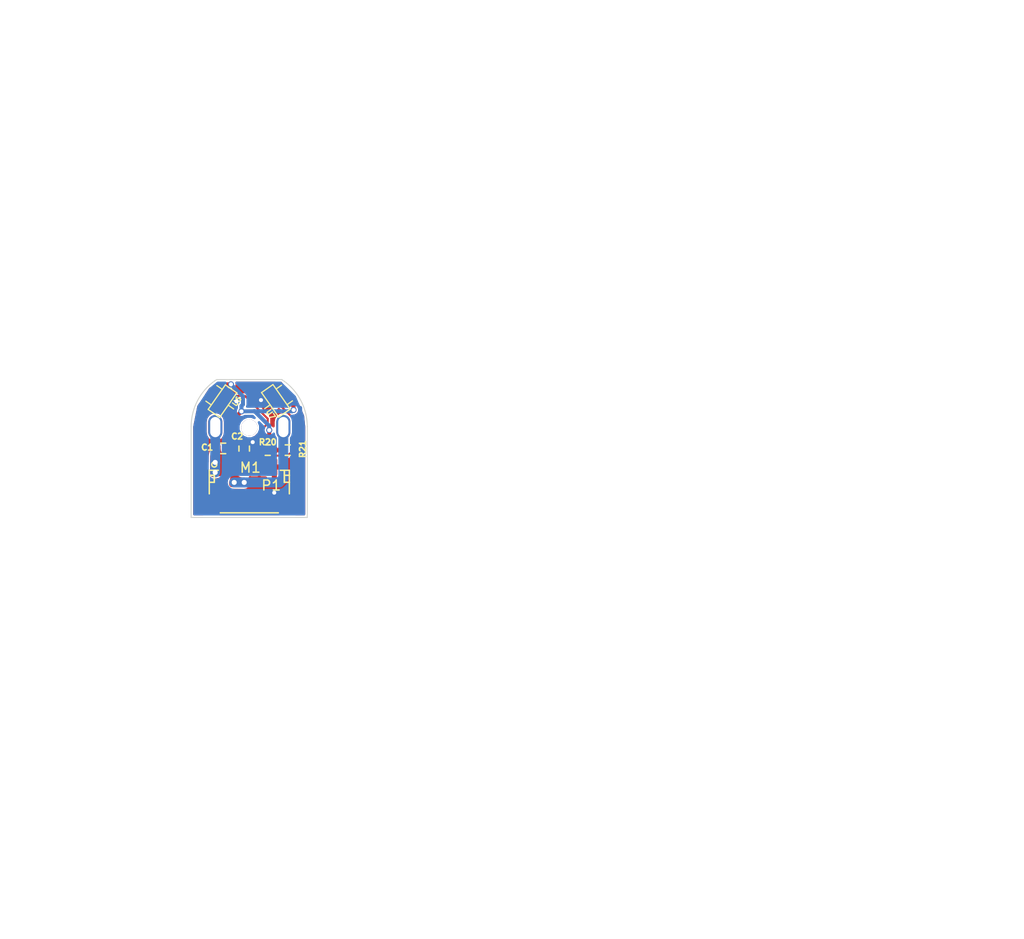
<source format=kicad_pcb>
(kicad_pcb (version 4) (host pcbnew 4.0.4-stable)

  (general
    (links 16)
    (no_connects 0)
    (area 89.6 24.3 191.924281 118.122514)
    (thickness 1.6)
    (drawings 28)
    (tracks 81)
    (zones 0)
    (modules 8)
    (nets 7)
  )

  (page A3)
  (title_block
    (title "Sensory Adaptation Robot")
    (date 2016-03-10)
    (rev 0.1a)
    (company "Idle Hands Dev.")
    (comment 1 "Sean Hodgins")
  )

  (layers
    (0 F.Cu signal)
    (31 B.Cu signal)
    (32 B.Adhes user)
    (33 F.Adhes user)
    (34 B.Paste user)
    (35 F.Paste user)
    (36 B.SilkS user)
    (37 F.SilkS user)
    (38 B.Mask user)
    (39 F.Mask user)
    (40 Dwgs.User user)
    (41 Cmts.User user)
    (42 Eco1.User user)
    (43 Eco2.User user)
    (44 Edge.Cuts user)
    (45 Margin user)
    (46 B.CrtYd user)
    (47 F.CrtYd user)
    (48 B.Fab user hide)
    (49 F.Fab user)
  )

  (setup
    (last_trace_width 0.4)
    (user_trace_width 0.2)
    (user_trace_width 0.4)
    (user_trace_width 0.6)
    (user_trace_width 0.8)
    (user_trace_width 1)
    (trace_clearance 0.15)
    (zone_clearance 0.15)
    (zone_45_only no)
    (trace_min 0.1)
    (segment_width 0.1)
    (edge_width 0.1)
    (via_size 0.6)
    (via_drill 0.4)
    (via_min_size 0.4)
    (via_min_drill 0.3)
    (user_via 0.6 0.3)
    (user_via 0.89 0.5)
    (uvia_size 0.3)
    (uvia_drill 0.1)
    (uvias_allowed no)
    (uvia_min_size 0.2)
    (uvia_min_drill 0.1)
    (pcb_text_width 0.3)
    (pcb_text_size 1.5 1.5)
    (mod_edge_width 0.15)
    (mod_text_size 1 1)
    (mod_text_width 0.15)
    (pad_size 2.2 2.2)
    (pad_drill 2.2)
    (pad_to_mask_clearance 0)
    (aux_axis_origin 100 100)
    (visible_elements 7FFFEE7F)
    (pcbplotparams
      (layerselection 0x010f0_80000001)
      (usegerberextensions false)
      (excludeedgelayer true)
      (linewidth 0.100000)
      (plotframeref false)
      (viasonmask false)
      (mode 1)
      (useauxorigin false)
      (hpglpennumber 1)
      (hpglpenspeed 20)
      (hpglpendiameter 15)
      (hpglpenoverlay 2)
      (psnegative false)
      (psa4output false)
      (plotreference true)
      (plotvalue true)
      (plotinvisibletext false)
      (padsonsilk false)
      (subtractmaskfromsilk false)
      (outputformat 1)
      (mirror false)
      (drillshape 0)
      (scaleselection 1)
      (outputdirectory gerbs/))
  )

  (net 0 "")
  (net 1 GND)
  (net 2 "Net-(C1-Pad1)")
  (net 3 +3V3)
  (net 4 HALL1)
  (net 5 HALL2)
  (net 6 "Net-(C1-Pad2)")

  (net_class Default "This is the default net class."
    (clearance 0.15)
    (trace_width 0.2)
    (via_dia 0.6)
    (via_drill 0.4)
    (uvia_dia 0.3)
    (uvia_drill 0.1)
    (add_net +3V3)
    (add_net GND)
    (add_net HALL1)
    (add_net HALL2)
    (add_net "Net-(C1-Pad1)")
    (add_net "Net-(C1-Pad2)")
  )

  (module idlehands_footprints:motor_pololu_microgeared (layer F.Cu) (tedit 59A1B760) (tstamp 59A1B3DA)
    (at 114.51 66.97)
    (path /59A27E32)
    (fp_text reference M1 (at 0.1 4.05) (layer F.SilkS)
      (effects (font (size 1 1) (thickness 0.15)))
    )
    (fp_text value Motor_Pololu_MicroGeared (at -0.05 -5.2) (layer F.Fab) hide
      (effects (font (size 1 1) (thickness 0.15)))
    )
    (pad 1 thru_hole oval (at -3.4 0) (size 1.42 2.42) (drill oval 1.02 2.02) (layers *.Cu *.Mask)
      (net 2 "Net-(C1-Pad1)"))
    (pad 0 thru_hole circle (at 0 0.05) (size 1.63 1.63) (drill 1.63) (layers *.Cu *.Mask))
    (pad 2 thru_hole oval (at 3.4 0) (size 1.42 2.42) (drill oval 1.02 2.02) (layers *.Cu *.Mask)
      (net 6 "Net-(C1-Pad2)"))
  )

  (module project_footprints:C_0402_Hand (layer F.Cu) (tedit 59A1B671) (tstamp 59A1B3CD)
    (at 111.9 69.1)
    (descr "Resistor SMD 0402, reflow soldering, Vishay (see dcrcw.pdf)")
    (tags "resistor 0402")
    (path /59A23535)
    (attr smd)
    (fp_text reference C1 (at -1.6 -0.1) (layer F.SilkS)
      (effects (font (size 0.6 0.6) (thickness 0.15)))
    )
    (fp_text value 3.3nF (at 0 1.8) (layer F.Fab) hide
      (effects (font (size 1 1) (thickness 0.15)))
    )
    (fp_line (start -0.95 -0.65) (end 0.95 -0.65) (layer F.CrtYd) (width 0.05))
    (fp_line (start -0.95 0.65) (end 0.95 0.65) (layer F.CrtYd) (width 0.05))
    (fp_line (start -0.95 -0.65) (end -0.95 0.65) (layer F.CrtYd) (width 0.05))
    (fp_line (start 0.95 -0.65) (end 0.95 0.65) (layer F.CrtYd) (width 0.05))
    (fp_line (start 0.25 -0.525) (end -0.25 -0.525) (layer F.SilkS) (width 0.15))
    (fp_line (start -0.25 0.525) (end 0.25 0.525) (layer F.SilkS) (width 0.15))
    (pad 1 smd rect (at -0.6 0) (size 0.7 0.6) (layers F.Cu F.Paste F.Mask)
      (net 2 "Net-(C1-Pad1)"))
    (pad 2 smd rect (at 0.6 0) (size 0.7 0.6) (layers F.Cu F.Paste F.Mask)
      (net 6 "Net-(C1-Pad2)"))
    (model Resistors_SMD.3dshapes/R_0402.wrl
      (at (xyz 0 0 0))
      (scale (xyz 1 1 1))
      (rotate (xyz 0 0 0))
    )
  )

  (module project_footprints:C_0402_Hand (layer F.Cu) (tedit 59A1B686) (tstamp 59A1B3D3)
    (at 114 69.12 90)
    (descr "Resistor SMD 0402, reflow soldering, Vishay (see dcrcw.pdf)")
    (tags "resistor 0402")
    (path /59A20F6D)
    (attr smd)
    (fp_text reference C2 (at 1.22 -0.7 180) (layer F.SilkS)
      (effects (font (size 0.6 0.6) (thickness 0.15)))
    )
    (fp_text value 0.1uF (at 0 1.8 90) (layer F.Fab) hide
      (effects (font (size 1 1) (thickness 0.15)))
    )
    (fp_line (start -0.95 -0.65) (end 0.95 -0.65) (layer F.CrtYd) (width 0.05))
    (fp_line (start -0.95 0.65) (end 0.95 0.65) (layer F.CrtYd) (width 0.05))
    (fp_line (start -0.95 -0.65) (end -0.95 0.65) (layer F.CrtYd) (width 0.05))
    (fp_line (start 0.95 -0.65) (end 0.95 0.65) (layer F.CrtYd) (width 0.05))
    (fp_line (start 0.25 -0.525) (end -0.25 -0.525) (layer F.SilkS) (width 0.15))
    (fp_line (start -0.25 0.525) (end 0.25 0.525) (layer F.SilkS) (width 0.15))
    (pad 1 smd rect (at -0.6 0 90) (size 0.7 0.6) (layers F.Cu F.Paste F.Mask)
      (net 3 +3V3))
    (pad 2 smd rect (at 0.6 0 90) (size 0.7 0.6) (layers F.Cu F.Paste F.Mask)
      (net 1 GND))
    (model Resistors_SMD.3dshapes/R_0402.wrl
      (at (xyz 0 0 0))
      (scale (xyz 1 1 1))
      (rotate (xyz 0 0 0))
    )
  )

  (module project_footprints:R_0402_Hand (layer F.Cu) (tedit 59A1B67C) (tstamp 59A1B3EC)
    (at 116.35 69.275)
    (descr "Resistor SMD 0402, reflow soldering, Vishay (see dcrcw.pdf)")
    (tags "resistor 0402")
    (path /59246E1B)
    (attr smd)
    (fp_text reference R20 (at 0 -0.8) (layer F.SilkS)
      (effects (font (size 0.6 0.6) (thickness 0.15)))
    )
    (fp_text value 10k (at 0 1.8) (layer F.Fab) hide
      (effects (font (size 1 1) (thickness 0.15)))
    )
    (fp_line (start -0.95 -0.65) (end 0.95 -0.65) (layer F.CrtYd) (width 0.05))
    (fp_line (start -0.95 0.65) (end 0.95 0.65) (layer F.CrtYd) (width 0.05))
    (fp_line (start -0.95 -0.65) (end -0.95 0.65) (layer F.CrtYd) (width 0.05))
    (fp_line (start 0.95 -0.65) (end 0.95 0.65) (layer F.CrtYd) (width 0.05))
    (fp_line (start 0.25 -0.525) (end -0.25 -0.525) (layer F.SilkS) (width 0.15))
    (fp_line (start -0.25 0.525) (end 0.25 0.525) (layer F.SilkS) (width 0.15))
    (pad 1 smd rect (at -0.6 0) (size 0.7 0.6) (layers F.Cu F.Paste F.Mask)
      (net 4 HALL1))
    (pad 2 smd rect (at 0.6 0) (size 0.7 0.6) (layers F.Cu F.Paste F.Mask)
      (net 3 +3V3))
    (model Resistors_SMD.3dshapes/R_0402.wrl
      (at (xyz 0 0 0))
      (scale (xyz 1 1 1))
      (rotate (xyz 0 0 0))
    )
  )

  (module project_footprints:R_0402_Hand (layer F.Cu) (tedit 59A1B67E) (tstamp 59A1B3F2)
    (at 118.35 69.275 180)
    (descr "Resistor SMD 0402, reflow soldering, Vishay (see dcrcw.pdf)")
    (tags "resistor 0402")
    (path /59245E75)
    (attr smd)
    (fp_text reference R21 (at -1.5 0.1 270) (layer F.SilkS)
      (effects (font (size 0.6 0.6) (thickness 0.15)))
    )
    (fp_text value 10k (at 0 1.8 180) (layer F.Fab) hide
      (effects (font (size 1 1) (thickness 0.15)))
    )
    (fp_line (start -0.95 -0.65) (end 0.95 -0.65) (layer F.CrtYd) (width 0.05))
    (fp_line (start -0.95 0.65) (end 0.95 0.65) (layer F.CrtYd) (width 0.05))
    (fp_line (start -0.95 -0.65) (end -0.95 0.65) (layer F.CrtYd) (width 0.05))
    (fp_line (start 0.95 -0.65) (end 0.95 0.65) (layer F.CrtYd) (width 0.05))
    (fp_line (start 0.25 -0.525) (end -0.25 -0.525) (layer F.SilkS) (width 0.15))
    (fp_line (start -0.25 0.525) (end 0.25 0.525) (layer F.SilkS) (width 0.15))
    (pad 1 smd rect (at -0.6 0 180) (size 0.7 0.6) (layers F.Cu F.Paste F.Mask)
      (net 5 HALL2))
    (pad 2 smd rect (at 0.6 0 180) (size 0.7 0.6) (layers F.Cu F.Paste F.Mask)
      (net 3 +3V3))
    (model Resistors_SMD.3dshapes/R_0402.wrl
      (at (xyz 0 0 0))
      (scale (xyz 1 1 1))
      (rotate (xyz 0 0 0))
    )
  )

  (module idlehands_footprints:SOT23 (layer F.Cu) (tedit 57C72720) (tstamp 59A1B3F9)
    (at 111.83 64.38 235)
    (descr SOT23)
    (path /59246DFC)
    (fp_text reference U6 (at -0.81 -1.19 235) (layer F.SilkS)
      (effects (font (size 0.5 0.5) (thickness 0.125)))
    )
    (fp_text value TLE4946-2K (at 0 0.3302 235) (layer F.SilkS) hide
      (effects (font (size 0.5 0.5) (thickness 0.125)))
    )
    (fp_line (start 0.9525 0.6985) (end 0.9525 1.3589) (layer F.SilkS) (width 0.127))
    (fp_line (start -0.9525 0.6985) (end -0.9525 1.3589) (layer F.SilkS) (width 0.127))
    (fp_line (start 0 -0.6985) (end 0 -1.3589) (layer F.SilkS) (width 0.127))
    (fp_line (start -1.4986 -0.6985) (end 1.4986 -0.6985) (layer F.SilkS) (width 0.127))
    (fp_line (start 1.4986 -0.6985) (end 1.4986 0.6985) (layer F.SilkS) (width 0.127))
    (fp_line (start 1.4986 0.6985) (end -1.4986 0.6985) (layer F.SilkS) (width 0.127))
    (fp_line (start -1.4986 0.6985) (end -1.4986 -0.6985) (layer F.SilkS) (width 0.127))
    (pad 1 smd rect (at -0.9525 1.05664 235) (size 0.59944 1.00076) (layers F.Cu F.Paste F.Mask)
      (net 3 +3V3))
    (pad 3 smd rect (at 0 -1.05664 235) (size 0.59944 1.00076) (layers F.Cu F.Paste F.Mask)
      (net 1 GND))
    (pad 2 smd rect (at 0.9525 1.05664 235) (size 0.59944 1.00076) (layers F.Cu F.Paste F.Mask)
      (net 4 HALL1))
    (model walter/smd_trans/sot23.wrl
      (at (xyz 0 0 0))
      (scale (xyz 1 1 1))
      (rotate (xyz 0 0 0))
    )
  )

  (module idlehands_footprints:SOT23 (layer F.Cu) (tedit 57C72720) (tstamp 59A1B400)
    (at 117.16 64.35 125)
    (descr SOT23)
    (path /5923EC62)
    (fp_text reference U7 (at -0.81 -1.19 125) (layer F.SilkS)
      (effects (font (size 0.5 0.5) (thickness 0.125)))
    )
    (fp_text value TLE4946-2K (at 0 0.3302 125) (layer F.SilkS) hide
      (effects (font (size 0.5 0.5) (thickness 0.125)))
    )
    (fp_line (start 0.9525 0.6985) (end 0.9525 1.3589) (layer F.SilkS) (width 0.127))
    (fp_line (start -0.9525 0.6985) (end -0.9525 1.3589) (layer F.SilkS) (width 0.127))
    (fp_line (start 0 -0.6985) (end 0 -1.3589) (layer F.SilkS) (width 0.127))
    (fp_line (start -1.4986 -0.6985) (end 1.4986 -0.6985) (layer F.SilkS) (width 0.127))
    (fp_line (start 1.4986 -0.6985) (end 1.4986 0.6985) (layer F.SilkS) (width 0.127))
    (fp_line (start 1.4986 0.6985) (end -1.4986 0.6985) (layer F.SilkS) (width 0.127))
    (fp_line (start -1.4986 0.6985) (end -1.4986 -0.6985) (layer F.SilkS) (width 0.127))
    (pad 1 smd rect (at -0.9525 1.05664 125) (size 0.59944 1.00076) (layers F.Cu F.Paste F.Mask)
      (net 3 +3V3))
    (pad 3 smd rect (at 0 -1.05664 125) (size 0.59944 1.00076) (layers F.Cu F.Paste F.Mask)
      (net 1 GND))
    (pad 2 smd rect (at 0.9525 1.05664 125) (size 0.59944 1.00076) (layers F.Cu F.Paste F.Mask)
      (net 5 HALL2))
    (model walter/smd_trans/sot23.wrl
      (at (xyz 0 0 0))
      (scale (xyz 1 1 1))
      (rotate (xyz 0 0 0))
    )
  )

  (module Connectors_JST_SH:Connectors_JST_SM06B-SRSS-TB (layer F.Cu) (tedit 59A1C1BA) (tstamp 59A1B887)
    (at 114.51 72.9)
    (descr "JST SH series connector, SM06B-SRSS-TB")
    (tags "connector jst sh")
    (path /59A261C9)
    (attr smd)
    (fp_text reference P1 (at 2.19 -0.1) (layer F.SilkS)
      (effects (font (size 1 1) (thickness 0.15)))
    )
    (fp_text value CONN_01X06 (at 0 4.2625) (layer F.Fab) hide
      (effects (font (size 1 1) (thickness 0.15)))
    )
    (fp_circle (center -3.5 -2.1875) (end -3.25 -2.1875) (layer F.SilkS) (width 0.15))
    (fp_line (start -2.9 2.6375) (end 2.9 2.6375) (layer F.SilkS) (width 0.15))
    (fp_line (start -4 0.7375) (end -4 -1.6125) (layer F.SilkS) (width 0.15))
    (fp_line (start -4 -1.6125) (end -3.1 -1.6125) (layer F.SilkS) (width 0.15))
    (fp_line (start -3.5 -1.6125) (end -3.5 -0.4125) (layer F.SilkS) (width 0.15))
    (fp_line (start -3.5 -0.4125) (end -3.5 -0.4125) (layer F.SilkS) (width 0.15))
    (fp_line (start -3.5 -0.4125) (end -3.5 -1.6125) (layer F.SilkS) (width 0.15))
    (fp_line (start -3.5 -1.6125) (end -3.5 -1.6125) (layer F.SilkS) (width 0.15))
    (fp_line (start -3.5 -1.1125) (end -3.5 -1.1125) (layer F.SilkS) (width 0.15))
    (fp_line (start -3.5 -1.1125) (end -4 -1.1125) (layer F.SilkS) (width 0.15))
    (fp_line (start -4 -1.1125) (end -4 -1.1125) (layer F.SilkS) (width 0.15))
    (fp_line (start -4 -1.1125) (end -3.5 -1.1125) (layer F.SilkS) (width 0.15))
    (fp_line (start -3.5 -0.4125) (end -3.5 -0.4125) (layer F.SilkS) (width 0.15))
    (fp_line (start -3.5 -0.4125) (end -4 -0.4125) (layer F.SilkS) (width 0.15))
    (fp_line (start -4 -0.4125) (end -4 -0.4125) (layer F.SilkS) (width 0.15))
    (fp_line (start -4 -0.4125) (end -3.5 -0.4125) (layer F.SilkS) (width 0.15))
    (fp_line (start 4 0.7375) (end 4 -1.6125) (layer F.SilkS) (width 0.15))
    (fp_line (start 4 -1.6125) (end 3.1 -1.6125) (layer F.SilkS) (width 0.15))
    (fp_line (start 3.5 -1.6125) (end 3.5 -0.4125) (layer F.SilkS) (width 0.15))
    (fp_line (start 3.5 -0.4125) (end 3.5 -0.4125) (layer F.SilkS) (width 0.15))
    (fp_line (start 3.5 -0.4125) (end 3.5 -1.6125) (layer F.SilkS) (width 0.15))
    (fp_line (start 3.5 -1.6125) (end 3.5 -1.6125) (layer F.SilkS) (width 0.15))
    (fp_line (start 3.5 -1.1125) (end 3.5 -1.1125) (layer F.SilkS) (width 0.15))
    (fp_line (start 3.5 -1.1125) (end 4 -1.1125) (layer F.SilkS) (width 0.15))
    (fp_line (start 4 -1.1125) (end 4 -1.1125) (layer F.SilkS) (width 0.15))
    (fp_line (start 4 -1.1125) (end 3.5 -1.1125) (layer F.SilkS) (width 0.15))
    (fp_line (start 3.5 -0.4125) (end 3.5 -0.4125) (layer F.SilkS) (width 0.15))
    (fp_line (start 3.5 -0.4125) (end 4 -0.4125) (layer F.SilkS) (width 0.15))
    (fp_line (start 4 -0.4125) (end 4 -0.4125) (layer F.SilkS) (width 0.15))
    (fp_line (start 4 -0.4125) (end 3.5 -0.4125) (layer F.SilkS) (width 0.15))
    (fp_line (start -4.9 3.35) (end -4.9 -3.25) (layer F.CrtYd) (width 0.05))
    (fp_line (start -4.9 -3.25) (end 4.9 -3.25) (layer F.CrtYd) (width 0.05))
    (fp_line (start 4.9 -3.25) (end 4.9 3.35) (layer F.CrtYd) (width 0.05))
    (fp_line (start 4.9 3.35) (end -4.9 3.35) (layer F.CrtYd) (width 0.05))
    (pad 1 smd rect (at -2.5 -1.9375) (size 0.6 1.55) (layers F.Cu F.Paste F.Mask)
      (net 2 "Net-(C1-Pad1)"))
    (pad 2 smd rect (at -1.5 -1.9375) (size 0.6 1.55) (layers F.Cu F.Paste F.Mask)
      (net 6 "Net-(C1-Pad2)"))
    (pad 3 smd rect (at -0.5 -1.9375) (size 0.6 1.55) (layers F.Cu F.Paste F.Mask)
      (net 3 +3V3))
    (pad 4 smd rect (at 0.5 -1.9375) (size 0.6 1.55) (layers F.Cu F.Paste F.Mask)
      (net 4 HALL1))
    (pad 5 smd rect (at 1.5 -1.9375) (size 0.6 1.55) (layers F.Cu F.Paste F.Mask)
      (net 5 HALL2))
    (pad 6 smd rect (at 2.5 -1.9375) (size 0.6 1.55) (layers F.Cu F.Paste F.Mask)
      (net 1 GND))
    (pad "" smd rect (at -3.8 1.9375) (size 1.2 1.8) (layers F.Cu F.Paste F.Mask))
    (pad "" smd rect (at 3.8 1.9375) (size 1.2 1.8) (layers F.Cu F.Paste F.Mask))
  )

  (dimension 11.640275 (width 0.3) (layer Cmts.User)
    (gr_text "11.640 mm" (at 114.577094 80.682147 0.3937792261) (layer Cmts.User)
      (effects (font (size 1.5 1.5) (thickness 0.3)))
    )
    (feature1 (pts (xy 108.69 70.96) (xy 108.766372 82.072115)))
    (feature2 (pts (xy 120.33 70.88) (xy 120.406372 81.992115)))
    (crossbar (pts (xy 120.387816 79.292179) (xy 108.747816 79.372179)))
    (arrow1a (pts (xy 108.747816 79.372179) (xy 109.870263 78.77803)))
    (arrow1b (pts (xy 108.747816 79.372179) (xy 109.878323 79.950844)))
    (arrow2a (pts (xy 120.387816 79.292179) (xy 119.257309 78.713514)))
    (arrow2b (pts (xy 120.387816 79.292179) (xy 119.265369 79.886328)))
  )
  (dimension 13.750295 (width 0.3) (layer Cmts.User)
    (gr_text "13.750 mm" (at 127.285684 69.004108 270.3750216) (layer Cmts.User)
      (effects (font (size 1.5 1.5) (thickness 0.3)))
    )
    (feature1 (pts (xy 116.41 62.2) (xy 128.590655 62.120272)))
    (feature2 (pts (xy 116.5 75.95) (xy 128.680655 75.870272)))
    (crossbar (pts (xy 125.980713 75.887944) (xy 125.890713 62.137944)))
    (arrow1a (pts (xy 125.890713 62.137944) (xy 126.484494 63.260585)))
    (arrow1b (pts (xy 125.890713 62.137944) (xy 125.311678 63.268262)))
    (arrow2a (pts (xy 125.980713 75.887944) (xy 126.559748 74.757626)))
    (arrow2b (pts (xy 125.980713 75.887944) (xy 125.386932 74.765303)))
  )
  (gr_circle (center 114.5 67) (end 118.35 67) (layer Dwgs.User) (width 0.1))
  (gr_line (start 110.529823 65.163301) (end 111.523033 65.858758) (layer Dwgs.User) (width 0.1))
  (gr_line (start 113.136208 63.554902) (end 112.142998 62.859445) (layer Dwgs.User) (width 0.1))
  (gr_line (start 116.857033 62.859445) (end 115.863823 63.554902) (layer Dwgs.User) (width 0.1))
  (gr_line (start 117.476997 65.858758) (end 118.470207 65.163301) (layer Dwgs.User) (width 0.1))
  (gr_line (start 112.142998 62.859445) (end 110.529823 65.163301) (layer Dwgs.User) (width 0.1))
  (gr_line (start 118.470207 65.163301) (end 116.857033 62.859445) (layer Dwgs.User) (width 0.1))
  (gr_line (start 115.863823 63.554902) (end 117.476997 65.858758) (layer Dwgs.User) (width 0.1))
  (gr_line (start 113.171242 63.548723) (end 111.529213 65.893785) (layer Dwgs.User) (width 0.1))
  (gr_line (start 116.475014 68.635103) (end 116.475014 69.735101) (layer Dwgs.User) (width 0.1))
  (gr_line (start 116.474014 68.3351) (end 115.574013 68.3351) (layer Dwgs.User) (width 0.1))
  (gr_line (start 111.413017 69.497102) (end 111.413017 70.397104) (layer Dwgs.User) (width 0.1))
  (gr_line (start 110.013016 69.496103) (end 111.113014 69.496103) (layer Dwgs.User) (width 0.1))
  (gr_line (start 114.486015 68.964105) (end 114.486015 69.914102) (layer Dwgs.User) (width 0.1))
  (gr_line (start 114.036018 68.964105) (end 113.186012 68.964105) (layer Dwgs.User) (width 0.1))
  (gr_line (start 119.312012 69.472101) (end 119.312012 70.422105) (layer Dwgs.User) (width 0.1))
  (gr_line (start 118.862015 69.472101) (end 118.012016 69.472101) (layer Dwgs.User) (width 0.1))
  (gr_circle (center 114.500015 67.026102) (end 115.312815 67.026102) (layer Dwgs.User) (width 0.1))
  (gr_arc (start 114.318329 66.928613) (end 111.241954 62.227383) (angle -56.800003) (layer Edge.Cuts) (width 0.1))
  (gr_line (start 111.250008 62.226114) (end 111.241959 62.22738) (layer Edge.Cuts) (width 0.1))
  (gr_line (start 117.750023 62.226114) (end 111.250008 62.226114) (layer Edge.Cuts) (width 0.1))
  (gr_line (start 117.758026 62.227327) (end 117.750023 62.226114) (layer Edge.Cuts) (width 0.1))
  (gr_arc (start 114.681541 66.928644) (end 120.300002 66.928664) (angle -56.799994) (layer Edge.Cuts) (width 0.1))
  (gr_line (start 120.3 76) (end 120.3 66.92) (layer Edge.Cuts) (width 0.1))
  (gr_line (start 108.700027 76) (end 120.300003 76) (layer Edge.Cuts) (width 0.1))
  (gr_line (start 108.7 66.93) (end 108.7 76) (layer Edge.Cuts) (width 0.1))

  (segment (start 112.21501 65.40999) (end 112.21501 66.449212) (width 0.4) (layer B.Cu) (net 1))
  (segment (start 112.21501 66.449212) (end 114.240798 68.475) (width 0.4) (layer B.Cu) (net 1))
  (segment (start 114.240798 68.475) (end 114.425736 68.475) (width 0.4) (layer B.Cu) (net 1))
  (segment (start 114.425736 68.475) (end 114.85 68.475) (width 0.4) (layer B.Cu) (net 1))
  (segment (start 119.587739 65.05026) (end 119.587739 71.614355) (width 0.4) (layer B.Cu) (net 1))
  (segment (start 119.587739 71.614355) (end 117.677094 73.525) (width 0.4) (layer B.Cu) (net 1))
  (segment (start 117.677094 73.525) (end 117.424264 73.525) (width 0.4) (layer B.Cu) (net 1))
  (segment (start 117.424264 73.525) (end 117 73.525) (width 0.4) (layer B.Cu) (net 1))
  (segment (start 116.575736 73.525) (end 117 73.525) (width 0.4) (layer B.Cu) (net 1))
  (segment (start 113.225 64.4) (end 112.21501 65.40999) (width 0.4) (layer B.Cu) (net 1))
  (segment (start 112.21501 65.40999) (end 110.67093 65.40999) (width 0.4) (layer B.Cu) (net 1))
  (segment (start 116.294451 64.956064) (end 116.294451 64.894451) (width 0.4) (layer F.Cu) (net 1))
  (segment (start 116.294451 64.894451) (end 115.675 64.275) (width 0.4) (layer F.Cu) (net 1))
  (via (at 115.675 64.275) (size 0.6) (drill 0.4) (layers F.Cu B.Cu) (net 1))
  (segment (start 112.695549 64.986064) (end 112.695549 64.929451) (width 0.4) (layer F.Cu) (net 1))
  (segment (start 112.695549 64.929451) (end 113.225 64.4) (width 0.4) (layer F.Cu) (net 1))
  (via (at 113.225 64.4) (size 0.6) (drill 0.4) (layers F.Cu B.Cu) (net 1))
  (segment (start 117.01 70.9625) (end 117.01 73.515) (width 0.4) (layer F.Cu) (net 1))
  (segment (start 117.01 73.515) (end 117 73.525) (width 0.4) (layer F.Cu) (net 1))
  (via (at 117 73.525) (size 0.6) (drill 0.4) (layers F.Cu B.Cu) (net 1))
  (segment (start 114 68.52) (end 114.805 68.52) (width 0.4) (layer F.Cu) (net 1))
  (segment (start 114.805 68.52) (end 114.85 68.475) (width 0.4) (layer F.Cu) (net 1))
  (via (at 114.85 68.475) (size 0.6) (drill 0.4) (layers F.Cu B.Cu) (net 1))
  (segment (start 111.1 70.5) (end 111.1 71.5) (width 1) (layer B.Cu) (net 2))
  (via (at 111.1 71.5) (size 0.89) (drill 0.5) (layers F.Cu B.Cu) (net 2))
  (segment (start 111.11 66.97) (end 111.11 70.49) (width 1) (layer B.Cu) (net 2))
  (segment (start 111.11 70.49) (end 111.1 70.5) (width 1) (layer B.Cu) (net 2))
  (via (at 111.1 70.5) (size 0.89) (drill 0.5) (layers F.Cu B.Cu) (net 2))
  (segment (start 118.93 65.26) (end 118.93 64.882299) (width 0.4) (layer F.Cu) (net 3))
  (segment (start 118.93 64.882299) (end 118.57188 64.524179) (width 0.4) (layer F.Cu) (net 3))
  (segment (start 114.975 65.39095) (end 118.79905 65.39095) (width 0.4) (layer B.Cu) (net 3))
  (segment (start 118.79905 65.39095) (end 118.93 65.26) (width 0.4) (layer B.Cu) (net 3))
  (via (at 118.93 65.26) (size 0.6) (drill 0.4) (layers F.Cu B.Cu) (net 3))
  (segment (start 113.725 65.4) (end 113.725 64.862002) (width 0.4) (layer B.Cu) (net 3))
  (segment (start 113.725 64.862002) (end 113.875001 64.712001) (width 0.4) (layer B.Cu) (net 3))
  (segment (start 113.875001 64.712001) (end 113.875001 63.900001) (width 0.4) (layer B.Cu) (net 3))
  (segment (start 113.875001 63.900001) (end 112.974999 62.999999) (width 0.4) (layer B.Cu) (net 3))
  (segment (start 112.974999 62.999999) (end 112.675 62.7) (width 0.4) (layer B.Cu) (net 3))
  (via (at 113.725 65.4) (size 0.6) (drill 0.4) (layers F.Cu B.Cu) (net 3))
  (segment (start 114 69.72) (end 113.225 68.945) (width 0.4) (layer F.Cu) (net 3))
  (segment (start 113.225 68.945) (end 113.225 65.9) (width 0.4) (layer F.Cu) (net 3))
  (segment (start 113.225 65.9) (end 113.725 65.4) (width 0.4) (layer F.Cu) (net 3))
  (segment (start 112.675 62.7) (end 111.804477 62.7) (width 0.4) (layer F.Cu) (net 3))
  (segment (start 111.804477 62.7) (end 111.510783 62.993694) (width 0.4) (layer F.Cu) (net 3))
  (via (at 112.675 62.7) (size 0.6) (drill 0.4) (layers F.Cu B.Cu) (net 3))
  (segment (start 113.725 65.4) (end 114.975 65.39095) (width 0.4) (layer B.Cu) (net 3))
  (segment (start 116.5 67.275) (end 116.5 66.850736) (width 0.4) (layer B.Cu) (net 3))
  (segment (start 116.5 66.850736) (end 115.040214 65.39095) (width 0.4) (layer B.Cu) (net 3))
  (segment (start 115.040214 65.39095) (end 114.975 65.39095) (width 0.4) (layer B.Cu) (net 3))
  (segment (start 116.95 69.275) (end 116.5 68.825) (width 0.4) (layer F.Cu) (net 3))
  (segment (start 116.5 68.825) (end 116.5 67.275) (width 0.4) (layer F.Cu) (net 3))
  (via (at 116.5 67.275) (size 0.6) (drill 0.4) (layers F.Cu B.Cu) (net 3))
  (segment (start 117.75 69.275) (end 116.95 69.275) (width 0.4) (layer F.Cu) (net 3))
  (segment (start 114.01 70.9625) (end 114.01 69.73) (width 0.6) (layer F.Cu) (net 3))
  (segment (start 114.01 69.73) (end 114 69.72) (width 0.6) (layer F.Cu) (net 3))
  (segment (start 115.75 69.275) (end 115.75 67.210998) (width 0.2) (layer F.Cu) (net 4))
  (segment (start 115.75 67.210998) (end 116.35 66.610998) (width 0.2) (layer F.Cu) (net 4))
  (segment (start 116.35 66.610998) (end 116.35 66.135679) (width 0.2) (layer F.Cu) (net 4))
  (segment (start 116.35 66.135679) (end 114.06432 63.849999) (width 0.2) (layer F.Cu) (net 4))
  (segment (start 110.704033 64.268266) (end 110.41812 64.554179) (width 0.2) (layer F.Cu) (net 4))
  (segment (start 114.06432 63.849999) (end 112.839003 63.849999) (width 0.2) (layer F.Cu) (net 4))
  (segment (start 112.839003 63.849999) (end 112.48547 64.203532) (width 0.2) (layer F.Cu) (net 4))
  (segment (start 112.48547 64.203532) (end 110.768767 64.203532) (width 0.2) (layer F.Cu) (net 4))
  (segment (start 110.768767 64.203532) (end 110.704033 64.268266) (width 0.2) (layer F.Cu) (net 4))
  (segment (start 115.01 70.9625) (end 115.01 70.015) (width 0.2) (layer F.Cu) (net 4))
  (segment (start 115.01 70.015) (end 115.75 69.275) (width 0.2) (layer F.Cu) (net 4))
  (segment (start 116.01 70.9625) (end 116.01 70.437498) (width 0.2) (layer F.Cu) (net 5))
  (segment (start 116.01 70.437498) (end 116.622497 69.825001) (width 0.2) (layer F.Cu) (net 5))
  (segment (start 116.622497 69.825001) (end 118.349999 69.825001) (width 0.2) (layer F.Cu) (net 5))
  (segment (start 118.349999 69.825001) (end 118.9 69.275) (width 0.2) (layer F.Cu) (net 5))
  (segment (start 118.9 69.275) (end 118.95 69.275) (width 0.2) (layer F.Cu) (net 5))
  (segment (start 118.95 69.275) (end 118.95 66.152341) (width 0.2) (layer F.Cu) (net 5))
  (segment (start 118.95 66.152341) (end 117.479217 64.681558) (width 0.2) (layer F.Cu) (net 5))
  (segment (start 117.479217 64.681558) (end 117.479217 63.429584) (width 0.2) (layer F.Cu) (net 5))
  (segment (start 117.479217 63.429584) (end 117.479217 62.963694) (width 0.2) (layer F.Cu) (net 5))
  (segment (start 114 72.5) (end 113 72.5) (width 1) (layer B.Cu) (net 6))
  (via (at 113 72.5) (size 0.89) (drill 0.5) (layers F.Cu B.Cu) (net 6))
  (segment (start 117.91 72.09) (end 117.5 72.5) (width 1) (layer B.Cu) (net 6))
  (segment (start 117.5 72.5) (end 114 72.5) (width 1) (layer B.Cu) (net 6))
  (via (at 114 72.5) (size 0.89) (drill 0.5) (layers F.Cu B.Cu) (net 6))
  (segment (start 117.91 66.97) (end 117.91 72.09) (width 1) (layer B.Cu) (net 6))

  (zone (net 1) (net_name GND) (layer F.Cu) (tstamp 0) (hatch edge 0.508)
    (connect_pads (clearance 0.15))
    (min_thickness 0.254)
    (fill yes (arc_segments 16) (thermal_gap 0.508) (thermal_bridge_width 0.508))
    (polygon
      (pts
        (xy 94 24.3) (xy 191.5 24.3) (xy 189.5 114.7) (xy 89.6 117.9) (xy 94.4 24.3)
      )
    )
    (filled_polygon
      (pts
        (xy 111.52114 64.683819) (xy 111.466463 64.93045) (xy 111.51033 65.179231) (xy 111.646061 65.392287) (xy 111.852995 65.537183)
        (xy 111.925343 65.587842) (xy 112.146439 65.548857) (xy 112.518672 65.017252) (xy 112.502289 65.005781) (xy 112.647978 64.797715)
        (xy 112.664361 64.809187) (xy 112.675832 64.792804) (xy 112.883898 64.938493) (xy 112.872426 64.954876) (xy 112.888809 64.966347)
        (xy 112.74312 65.174413) (xy 112.726737 65.162941) (xy 112.354503 65.694546) (xy 112.393488 65.915641) (xy 112.465837 65.9663)
        (xy 112.67277 66.111196) (xy 112.748 66.127874) (xy 112.748 68.517574) (xy 112.15 68.517574) (xy 112.04735 68.536889)
        (xy 111.953073 68.597555) (xy 111.899421 68.676076) (xy 111.852445 68.603073) (xy 111.75988 68.539825) (xy 111.65 68.517574)
        (xy 110.95 68.517574) (xy 110.84735 68.536889) (xy 110.753073 68.597555) (xy 110.689825 68.69012) (xy 110.667574 68.8)
        (xy 110.667574 68.843647) (xy 110.661385 68.851556) (xy 110.5892 68.979741) (xy 110.571487 69.017631) (xy 110.396166 69.480981)
        (xy 110.383126 69.527209) (xy 110.325624 69.829276) (xy 110.320767 69.877062) (xy 110.29896 71.381715) (xy 110.299391 71.401679)
        (xy 110.306774 71.529688) (xy 110.308641 71.549565) (xy 110.337827 71.773327) (xy 110.347073 71.816731) (xy 110.3727 71.902582)
        (xy 110.41122 71.982228) (xy 110.462608 72.05562) (xy 110.524273 72.119058) (xy 110.596179 72.172504) (xy 110.674701 72.213264)
        (xy 110.759791 72.241313) (xy 110.84716 72.255237) (xy 110.936754 72.255027) (xy 110.980982 72.251369) (xy 111.159546 72.222052)
        (xy 111.242985 72.222125) (xy 111.29829 72.199274) (xy 112.326673 72.030434) (xy 112.261035 72.249228) (xy 112.254463 72.275865)
        (xy 112.220799 72.448697) (xy 112.215694 72.50326) (xy 112.216714 72.679337) (xy 112.218231 72.706728) (xy 112.224522 72.766496)
        (xy 112.234291 72.815779) (xy 112.261727 72.908908) (xy 112.306875 72.998205) (xy 112.365609 73.07551) (xy 112.439539 73.142941)
        (xy 112.521907 73.194334) (xy 112.614973 73.231099) (xy 112.710227 73.249873) (xy 112.760195 73.255078) (xy 113.946289 73.270482)
        (xy 113.999984 73.265937) (xy 114.19277 73.230485) (xy 114.292514 73.191026) (xy 114.457376 73.084991) (xy 114.534649 73.010598)
        (xy 114.590286 72.930916) (xy 114.611725 72.909514) (xy 114.621256 72.886561) (xy 114.646868 72.84988) (xy 114.690086 72.751707)
        (xy 114.705039 72.684791) (xy 114.721875 72.644245) (xy 114.721905 72.60931) (xy 114.732833 72.560407) (xy 114.739413 72.506923)
        (xy 114.740979 72.444286) (xy 114.738561 72.400195) (xy 114.720365 72.265814) (xy 114.694841 72.181564) (xy 114.6354 72.059679)
        (xy 114.58473 71.987692) (xy 114.583173 71.986095) (xy 114.60012 71.997675) (xy 114.71 72.019926) (xy 115.31 72.019926)
        (xy 115.41265 72.000611) (xy 115.506927 71.939945) (xy 115.509697 71.935891) (xy 115.60012 71.997675) (xy 115.71 72.019926)
        (xy 116.139665 72.019926) (xy 116.171673 72.097199) (xy 116.350302 72.275827) (xy 116.583691 72.3725) (xy 116.72425 72.3725)
        (xy 116.883 72.21375) (xy 116.883 71.0895) (xy 117.137 71.0895) (xy 117.137 72.21375) (xy 117.29575 72.3725)
        (xy 117.436309 72.3725) (xy 117.669698 72.275827) (xy 117.848327 72.097199) (xy 117.945 71.86381) (xy 117.945 71.24825)
        (xy 117.78625 71.0895) (xy 117.137 71.0895) (xy 116.883 71.0895) (xy 116.863 71.0895) (xy 116.863 70.8355)
        (xy 116.883 70.8355) (xy 116.883 70.8155) (xy 117.137 70.8155) (xy 117.137 70.8355) (xy 117.78625 70.8355)
        (xy 117.945 70.67675) (xy 117.945 70.202001) (xy 118.349999 70.202001) (xy 118.494271 70.173304) (xy 118.616578 70.09158)
        (xy 118.850732 69.857426) (xy 119.3 69.857426) (xy 119.40265 69.838111) (xy 119.496927 69.777445) (xy 119.560175 69.68488)
        (xy 119.582426 69.575) (xy 119.582426 68.975) (xy 119.563111 68.87235) (xy 119.502445 68.778073) (xy 119.40988 68.714825)
        (xy 119.327 68.698042) (xy 119.327 66.152341) (xy 119.298303 66.008069) (xy 119.216579 65.885762) (xy 119.131765 65.800948)
        (xy 119.256417 65.749442) (xy 119.418871 65.587271) (xy 119.5069 65.375276) (xy 119.5071 65.145731) (xy 119.419442 64.933583)
        (xy 119.407 64.921119) (xy 119.407 64.882299) (xy 119.374474 64.718776) (xy 119.861073 65.862369) (xy 119.973 66.945496)
        (xy 119.973 75.673) (xy 119.192426 75.673) (xy 119.192426 73.9375) (xy 119.173111 73.83485) (xy 119.112445 73.740573)
        (xy 119.01988 73.677325) (xy 118.91 73.655074) (xy 117.71 73.655074) (xy 117.60735 73.674389) (xy 117.513073 73.735055)
        (xy 117.449825 73.82762) (xy 117.427574 73.9375) (xy 117.427574 75.673) (xy 111.592426 75.673) (xy 111.592426 73.9375)
        (xy 111.573111 73.83485) (xy 111.512445 73.740573) (xy 111.41988 73.677325) (xy 111.31 73.655074) (xy 110.11 73.655074)
        (xy 110.00735 73.674389) (xy 109.913073 73.735055) (xy 109.849825 73.82762) (xy 109.827574 73.9375) (xy 109.827574 75.673)
        (xy 109.027 75.673) (xy 109.027 66.960793) (xy 109.130421 66.440868) (xy 110.123 66.440868) (xy 110.123 67.499132)
        (xy 110.198131 67.876841) (xy 110.412086 68.197046) (xy 110.732291 68.411001) (xy 111.11 68.486132) (xy 111.487709 68.411001)
        (xy 111.807914 68.197046) (xy 112.021869 67.876841) (xy 112.097 67.499132) (xy 112.097 66.440868) (xy 112.021869 66.063159)
        (xy 111.807914 65.742954) (xy 111.487709 65.528999) (xy 111.11 65.453868) (xy 110.732291 65.528999) (xy 110.412086 65.742954)
        (xy 110.198131 66.063159) (xy 110.123 66.440868) (xy 109.130421 66.440868) (xy 109.435702 64.906143) (xy 109.597802 64.663545)
        (xy 109.674327 64.744039) (xy 110.494102 65.318051) (xy 110.589266 65.361106) (xy 110.70129 65.365487) (xy 110.806193 65.325939)
        (xy 110.887445 65.248694) (xy 111.23127 64.757662) (xy 111.274326 64.662497) (xy 111.277531 64.580532) (xy 111.593462 64.580532)
      )
    )
    (filled_polygon
      (pts
        (xy 115.373 68.697654) (xy 115.29735 68.711889) (xy 115.203073 68.772555) (xy 115.139825 68.86512) (xy 115.117574 68.975)
        (xy 115.117574 69.374268) (xy 114.743421 69.748421) (xy 114.661697 69.870728) (xy 114.652721 69.915852) (xy 114.60735 69.924389)
        (xy 114.587 69.937484) (xy 114.587 69.73) (xy 114.582426 69.707005) (xy 114.582426 69.440335) (xy 114.659699 69.408327)
        (xy 114.838327 69.229698) (xy 114.935 68.996309) (xy 114.935 68.80575) (xy 114.77625 68.647) (xy 114.127 68.647)
        (xy 114.127 68.667) (xy 113.873 68.667) (xy 113.873 68.647) (xy 113.853 68.647) (xy 113.853 68.393)
        (xy 113.873 68.393) (xy 113.873 68.373) (xy 114.127 68.373) (xy 114.127 68.393) (xy 114.77625 68.393)
        (xy 114.935 68.23425) (xy 114.935 68.043691) (xy 114.928722 68.028534) (xy 115.12776 67.946293) (xy 115.373 67.701481)
      )
    )
    (filled_polygon
      (pts
        (xy 116.735424 62.773834) (xy 116.662417 62.848534) (xy 116.619986 62.952304) (xy 116.62127 63.064406) (xy 116.666067 63.167177)
        (xy 117.009892 63.658209) (xy 117.084591 63.731216) (xy 117.102217 63.738423) (xy 117.102217 64.235419) (xy 117.021616 64.291857)
        (xy 117.0606 64.070764) (xy 116.98014 63.955854) (xy 116.767083 63.820123) (xy 116.518302 63.776255) (xy 116.271672 63.830932)
        (xy 116.064739 63.975828) (xy 115.99239 64.026487) (xy 115.953405 64.247582) (xy 116.325639 64.779187) (xy 116.342022 64.767715)
        (xy 116.487711 64.975781) (xy 116.471328 64.987252) (xy 116.843561 65.518857) (xy 117.064657 65.557842) (xy 117.137005 65.507183)
        (xy 117.343939 65.362287) (xy 117.45401 65.189509) (xy 117.750163 65.485662) (xy 117.532291 65.528999) (xy 117.212086 65.742954)
        (xy 116.998131 66.063159) (xy 116.923 66.440868) (xy 116.923 66.882025) (xy 116.827271 66.786129) (xy 116.702473 66.734308)
        (xy 116.727 66.610998) (xy 116.727 66.135679) (xy 116.698303 65.991407) (xy 116.647677 65.915641) (xy 116.61658 65.8691)
        (xy 116.602 65.85452) (xy 116.635497 65.664546) (xy 116.263263 65.132941) (xy 116.24688 65.144412) (xy 116.101191 64.936347)
        (xy 116.117574 64.924876) (xy 115.745341 64.393271) (xy 115.524245 64.354286) (xy 115.451897 64.404945) (xy 115.275758 64.528278)
        (xy 114.330899 63.58342) (xy 114.208592 63.501696) (xy 114.06432 63.472999) (xy 112.839003 63.472999) (xy 112.694731 63.501696)
        (xy 112.572424 63.58342) (xy 112.329312 63.826532) (xy 110.768767 63.826532) (xy 110.624495 63.855229) (xy 110.571645 63.890543)
        (xy 110.527457 63.920069) (xy 110.342138 63.790307) (xy 110.246974 63.747252) (xy 110.210995 63.745845) (xy 110.59008 63.178509)
        (xy 110.688363 63.098637) (xy 110.689745 63.102303) (xy 110.76699 63.183554) (xy 111.586765 63.757566) (xy 111.681929 63.800621)
        (xy 111.793953 63.805002) (xy 111.898856 63.765454) (xy 111.980108 63.688209) (xy 112.323933 63.197177) (xy 112.333062 63.177)
        (xy 112.335879 63.177) (xy 112.347729 63.188871) (xy 112.559724 63.2769) (xy 112.789269 63.2771) (xy 113.001417 63.189442)
        (xy 113.163871 63.027271) (xy 113.2519 62.815276) (xy 113.2521 62.585731) (xy 113.238623 62.553114) (xy 117.050645 62.553114)
      )
    )
  )
  (zone (net 1) (net_name GND) (layer B.Cu) (tstamp 59113DB0) (hatch edge 0.508)
    (connect_pads (clearance 0.15))
    (min_thickness 0.254)
    (fill yes (arc_segments 16) (thermal_gap 0.508) (thermal_bridge_width 0.508))
    (polygon
      (pts
        (xy 189.92428 114.922513) (xy 90.02428 118.122513) (xy 94.82428 24.522513) (xy 191.92428 24.522513)
      )
    )
    (filled_polygon
      (pts
        (xy 112.0981 62.584724) (xy 112.0979 62.814269) (xy 112.185558 63.026417) (xy 112.347729 63.188871) (xy 112.559724 63.2769)
        (xy 112.577335 63.276915) (xy 113.398001 64.097581) (xy 113.398001 64.514421) (xy 113.38771 64.524712) (xy 113.284309 64.679462)
        (xy 113.248 64.862002) (xy 113.248 65.060879) (xy 113.236129 65.072729) (xy 113.1481 65.284724) (xy 113.1479 65.514269)
        (xy 113.235558 65.726417) (xy 113.397729 65.888871) (xy 113.609724 65.9769) (xy 113.839269 65.9771) (xy 114.051417 65.889442)
        (xy 114.066344 65.874541) (xy 114.843597 65.868913) (xy 115.026933 66.052249) (xy 114.728165 65.92819) (xy 114.293741 65.92781)
        (xy 113.89224 66.093707) (xy 113.584787 66.400624) (xy 113.41819 66.801835) (xy 113.41781 67.236259) (xy 113.583707 67.63776)
        (xy 113.890624 67.945213) (xy 114.291835 68.11181) (xy 114.726259 68.11219) (xy 115.12776 67.946293) (xy 115.435213 67.639376)
        (xy 115.60181 67.238165) (xy 115.60219 66.803741) (xy 115.478097 66.503413) (xy 115.985099 67.010415) (xy 115.9231 67.159724)
        (xy 115.9229 67.389269) (xy 116.010558 67.601417) (xy 116.172729 67.763871) (xy 116.384724 67.8519) (xy 116.614269 67.8521)
        (xy 116.826417 67.764442) (xy 116.95103 67.640046) (xy 116.998131 67.876841) (xy 117.133 68.078686) (xy 117.133 71.723)
        (xy 113 71.723) (xy 112.702655 71.782146) (xy 112.450578 71.950578) (xy 112.282146 72.202655) (xy 112.223 72.5)
        (xy 112.282146 72.797345) (xy 112.450578 73.049422) (xy 112.702655 73.217854) (xy 113 73.277) (xy 117.5 73.277)
        (xy 117.797345 73.217854) (xy 118.049422 73.049422) (xy 118.459422 72.639422) (xy 118.627854 72.387345) (xy 118.687 72.09)
        (xy 118.687 68.078686) (xy 118.821869 67.876841) (xy 118.897 67.499132) (xy 118.897 66.440868) (xy 118.821869 66.063159)
        (xy 118.691434 65.86795) (xy 118.79905 65.86795) (xy 118.954538 65.837022) (xy 119.044269 65.8371) (xy 119.256417 65.749442)
        (xy 119.418871 65.587271) (xy 119.5069 65.375276) (xy 119.5071 65.145731) (xy 119.419442 64.933583) (xy 119.257271 64.771129)
        (xy 119.045276 64.6831) (xy 118.815731 64.6829) (xy 118.603583 64.770558) (xy 118.459941 64.91395) (xy 114.975 64.91395)
        (xy 114.973276 64.914293) (xy 114.971547 64.913962) (xy 114.299464 64.918828) (xy 114.315692 64.894542) (xy 114.352001 64.712001)
        (xy 114.352001 63.900001) (xy 114.315692 63.717461) (xy 114.212291 63.562711) (xy 113.252085 62.602505) (xy 113.2521 62.585731)
        (xy 113.238623 62.553114) (xy 117.62317 62.553114) (xy 119.047526 63.950393) (xy 119.861073 65.862369) (xy 119.973 66.945496)
        (xy 119.973 75.673) (xy 109.027 75.673) (xy 109.027 66.960793) (xy 109.130421 66.440868) (xy 110.123 66.440868)
        (xy 110.123 67.499132) (xy 110.198131 67.876841) (xy 110.333 68.078686) (xy 110.333 70.449727) (xy 110.323 70.5)
        (xy 110.323 71.5) (xy 110.382146 71.797345) (xy 110.550578 72.049422) (xy 110.802655 72.217854) (xy 111.1 72.277)
        (xy 111.397345 72.217854) (xy 111.649422 72.049422) (xy 111.817854 71.797345) (xy 111.877 71.5) (xy 111.877 70.540273)
        (xy 111.887 70.49) (xy 111.887 68.078686) (xy 112.021869 67.876841) (xy 112.097 67.499132) (xy 112.097 66.440868)
        (xy 112.021869 66.063159) (xy 111.807914 65.742954) (xy 111.487709 65.528999) (xy 111.11 65.453868) (xy 110.732291 65.528999)
        (xy 110.412086 65.742954) (xy 110.198131 66.063159) (xy 110.123 66.440868) (xy 109.130421 66.440868) (xy 109.435702 64.906143)
        (xy 110.59008 63.178509) (xy 111.359633 62.553114) (xy 112.111226 62.553114)
      )
    )
  )
  (zone (net 2) (net_name "Net-(C1-Pad1)") (layer F.Cu) (tstamp 0) (hatch edge 0.508)
    (priority 1)
    (connect_pads yes (clearance 0.15))
    (min_thickness 0.254)
    (fill yes (arc_segments 16) (thermal_gap 0.508) (thermal_bridge_width 0.508) (smoothing fillet) (radius 0.89))
    (polygon
      (pts
        (xy 112.325 71.75) (xy 110.65 72.025) (xy 110.575 71.45) (xy 110.6 69.725) (xy 110.95 68.8)
        (xy 111.625 68.8) (xy 111.625 69.35) (xy 112.3 70.2) (xy 112.3 71.75)
      )
    )
    (filled_polygon
      (pts
        (xy 111.405686 68.940565) (xy 111.452892 68.972108) (xy 111.484435 69.019314) (xy 111.500084 69.097987) (xy 111.543764 69.35587)
        (xy 111.557733 69.395922) (xy 111.68477 69.626616) (xy 111.696563 69.644334) (xy 112.000872 70.027538) (xy 112.128733 70.25973)
        (xy 112.173 70.521081) (xy 112.173 71.646255) (xy 110.925605 71.851052) (xy 110.866758 71.85119) (xy 110.820693 71.836005)
        (xy 110.781764 71.80707) (xy 110.753944 71.767339) (xy 110.737113 71.710952) (xy 110.709839 71.501853) (xy 110.702984 71.382998)
        (xy 110.724565 69.893968) (xy 110.777934 69.613612) (xy 110.945939 69.169597) (xy 111.003915 69.066644) (xy 111.082834 68.992283)
        (xy 111.180307 68.944789) (xy 111.297113 68.927) (xy 111.337491 68.927)
      )
    )
  )
  (zone (net 6) (net_name "Net-(C1-Pad2)") (layer F.Cu) (tstamp 0) (hatch edge 0.508)
    (priority 1)
    (connect_pads yes (clearance 0.15))
    (min_thickness 0.254)
    (fill yes (arc_segments 16) (thermal_gap 0.508) (thermal_bridge_width 0.508) (smoothing fillet) (radius 0.89))
    (polygon
      (pts
        (xy 112.15 68.8) (xy 112.15 69.4) (xy 112.7 70.175) (xy 112.7 71.75) (xy 112.475 72.5)
        (xy 112.525 72.975) (xy 114.45 73) (xy 114.475 72) (xy 113.6 72) (xy 113.3 71.75)
        (xy 113.3 70.175) (xy 112.85 68.8)
      )
    )
    (filled_polygon
      (pts
        (xy 112.609287 68.945857) (xy 112.707909 68.996009) (xy 112.770579 69.058513) (xy 112.784309 69.12754) (xy 112.861254 69.242696)
        (xy 113.132022 70.070044) (xy 113.173 70.326995) (xy 113.173 71.554744) (xy 113.174351 71.573222) (xy 113.192 71.693236)
        (xy 113.202639 71.728625) (xy 113.254091 71.838478) (xy 113.274468 71.869308) (xy 113.355367 71.959697) (xy 113.38678 71.985146)
        (xy 113.548442 72.077934) (xy 113.589715 72.092877) (xy 113.773309 72.125089) (xy 113.795256 72.127) (xy 114.027348 72.127)
        (xy 114.131022 72.143686) (xy 114.2151 72.187323) (xy 114.28124 72.255138) (xy 114.32276 72.340276) (xy 114.336852 72.444346)
        (xy 114.33585 72.484417) (xy 114.301276 72.639143) (xy 114.217753 72.758763) (xy 114.095054 72.83768) (xy 113.939121 72.866355)
        (xy 112.777006 72.851262) (xy 112.715979 72.839234) (xy 112.673185 72.812533) (xy 112.642668 72.772366) (xy 112.625092 72.712706)
        (xy 112.620671 72.670704) (xy 112.61976 72.513542) (xy 112.649806 72.359287) (xy 112.784109 71.911608) (xy 112.788119 71.893557)
        (xy 112.825654 71.637818) (xy 112.827 71.619376) (xy 112.827 70.458714) (xy 112.825491 70.439196) (xy 112.783448 70.168884)
        (xy 112.771592 70.131691) (xy 112.649436 69.886918) (xy 112.63937 69.870128) (xy 112.423452 69.565879) (xy 112.314498 69.34756)
        (xy 112.277527 69.109859) (xy 112.292467 69.034749) (xy 112.32943 68.97943) (xy 112.384749 68.942467) (xy 112.462509 68.927)
        (xy 112.49002 68.927)
      )
    )
  )
)

</source>
